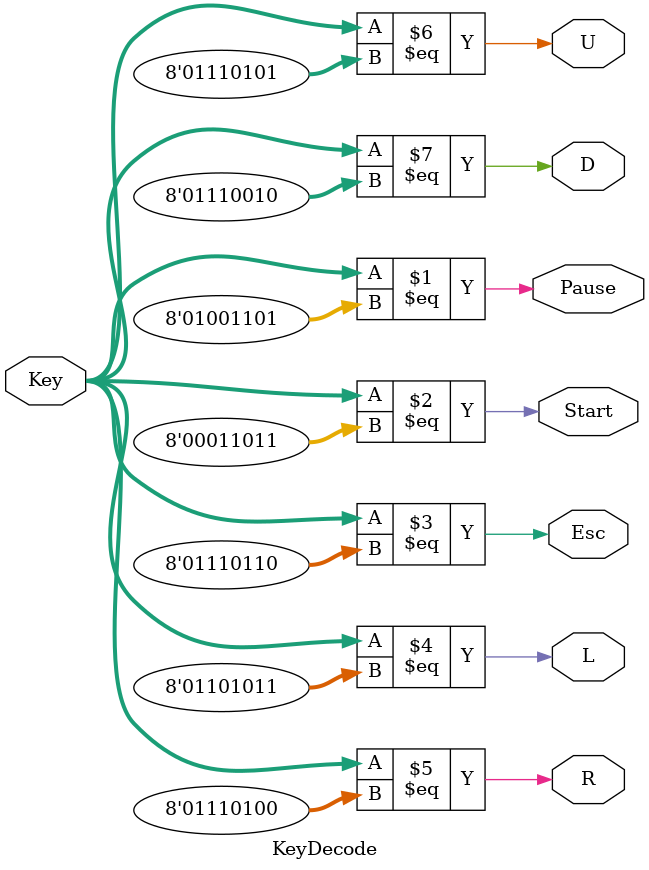
<source format=v>
module KeyDecode(Key, Pause, Start, Esc, L, R, U, D);
input[7:0] Key;
output Pause, Start, Esc, L, R, U, D;

assign Pause = Key == 8'h4D;
assign Start = Key == 8'h1B;
assign Esc = Key == 8'h76;
assign L = Key == 8'h6B;
assign R = Key == 8'h74;
assign U = Key == 8'h75;
assign D = Key == 8'h72;

endmodule

</source>
